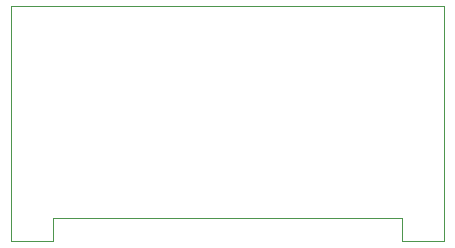
<source format=gm1>
G04 #@! TF.GenerationSoftware,KiCad,Pcbnew,(6.0.0)*
G04 #@! TF.CreationDate,2022-11-09T00:21:30-05:00*
G04 #@! TF.ProjectId,0603 display board,30363033-2064-4697-9370-6c617920626f,rev?*
G04 #@! TF.SameCoordinates,Original*
G04 #@! TF.FileFunction,Profile,NP*
%FSLAX46Y46*%
G04 Gerber Fmt 4.6, Leading zero omitted, Abs format (unit mm)*
G04 Created by KiCad (PCBNEW (6.0.0)) date 2022-11-09 00:21:30*
%MOMM*%
%LPD*%
G01*
G04 APERTURE LIST*
G04 #@! TA.AperFunction,Profile*
%ADD10C,0.100000*%
G04 #@! TD*
G04 APERTURE END LIST*
D10*
X135580000Y-102460000D02*
X135580000Y-100460000D01*
X168670000Y-82550000D02*
X168670000Y-102460000D01*
X165170000Y-102460000D02*
X165170000Y-100460000D01*
X132080000Y-82550000D02*
X168670000Y-82550000D01*
X165170000Y-100460000D02*
X135580000Y-100460000D01*
X132080000Y-82550000D02*
X132080000Y-102460000D01*
X168670000Y-102460000D02*
X165170000Y-102460000D01*
X135580000Y-102460000D02*
X132080000Y-102460000D01*
M02*

</source>
